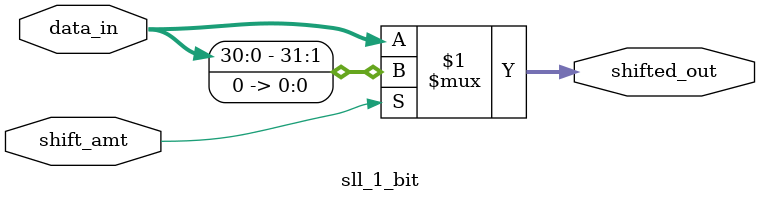
<source format=v>
module sll_1_bit(shifted_out, data_in, shift_amt);
    output [31:0] shifted_out;
    input [31:0] data_in;
    input shift_amt;

    assign shifted_out = shift_amt ? {data_in[30:0], 1'b0} : data_in;
endmodule

</source>
